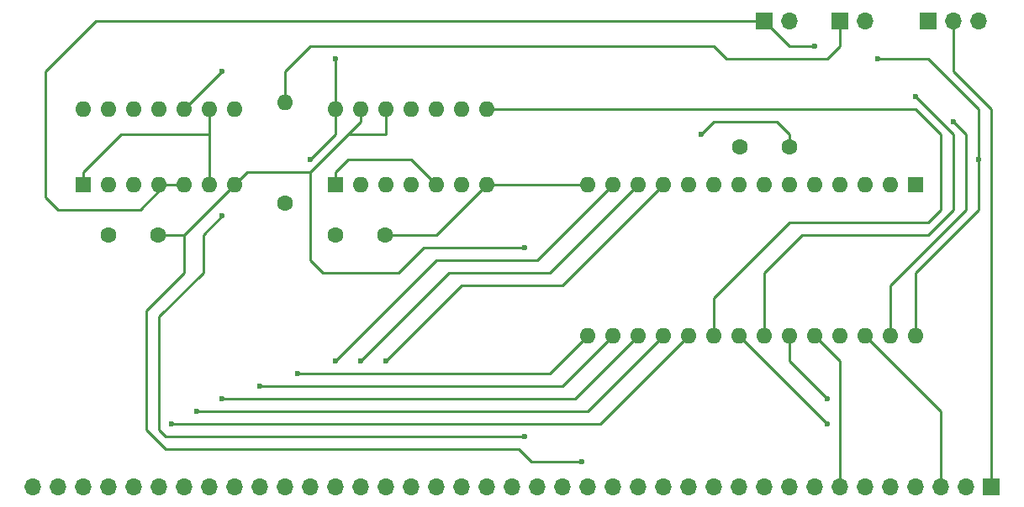
<source format=gtl>
G04 #@! TF.FileFunction,Copper,L1,Top,Signal*
%FSLAX46Y46*%
G04 Gerber Fmt 4.6, Leading zero omitted, Abs format (unit mm)*
G04 Created by KiCad (PCBNEW 4.0.6) date 06/13/17 15:03:04*
%MOMM*%
%LPD*%
G01*
G04 APERTURE LIST*
%ADD10C,0.100000*%
%ADD11R,1.700000X1.700000*%
%ADD12O,1.700000X1.700000*%
%ADD13C,1.600000*%
%ADD14O,1.600000X1.600000*%
%ADD15R,1.600000X1.600000*%
%ADD16C,0.600000*%
%ADD17C,0.250000*%
G04 APERTURE END LIST*
D10*
D11*
X171450000Y-101600000D03*
D12*
X173990000Y-101600000D03*
D11*
X180340000Y-101600000D03*
D12*
X182880000Y-101600000D03*
X185420000Y-101600000D03*
D13*
X115570000Y-120015000D03*
D14*
X115570000Y-109855000D03*
D15*
X179070000Y-118110000D03*
D14*
X146050000Y-133350000D03*
X176530000Y-118110000D03*
X148590000Y-133350000D03*
X173990000Y-118110000D03*
X151130000Y-133350000D03*
X171450000Y-118110000D03*
X153670000Y-133350000D03*
X168910000Y-118110000D03*
X156210000Y-133350000D03*
X166370000Y-118110000D03*
X158750000Y-133350000D03*
X163830000Y-118110000D03*
X161290000Y-133350000D03*
X161290000Y-118110000D03*
X163830000Y-133350000D03*
X158750000Y-118110000D03*
X166370000Y-133350000D03*
X156210000Y-118110000D03*
X168910000Y-133350000D03*
X153670000Y-118110000D03*
X171450000Y-133350000D03*
X151130000Y-118110000D03*
X173990000Y-133350000D03*
X148590000Y-118110000D03*
X176530000Y-133350000D03*
X146050000Y-118110000D03*
X179070000Y-133350000D03*
D15*
X120650000Y-118110000D03*
D14*
X135890000Y-110490000D03*
X123190000Y-118110000D03*
X133350000Y-110490000D03*
X125730000Y-118110000D03*
X130810000Y-110490000D03*
X128270000Y-118110000D03*
X128270000Y-110490000D03*
X130810000Y-118110000D03*
X125730000Y-110490000D03*
X133350000Y-118110000D03*
X123190000Y-110490000D03*
X135890000Y-118110000D03*
X120650000Y-110490000D03*
D15*
X95250000Y-118110000D03*
D14*
X110490000Y-110490000D03*
X97790000Y-118110000D03*
X107950000Y-110490000D03*
X100330000Y-118110000D03*
X105410000Y-110490000D03*
X102870000Y-118110000D03*
X102870000Y-110490000D03*
X105410000Y-118110000D03*
X100330000Y-110490000D03*
X107950000Y-118110000D03*
X97790000Y-110490000D03*
X110490000Y-118110000D03*
X95250000Y-110490000D03*
D11*
X186690000Y-148590000D03*
D12*
X184150000Y-148590000D03*
X181610000Y-148590000D03*
X179070000Y-148590000D03*
X176530000Y-148590000D03*
X173990000Y-148590000D03*
X171450000Y-148590000D03*
X168910000Y-148590000D03*
X166370000Y-148590000D03*
X163830000Y-148590000D03*
X161290000Y-148590000D03*
X158750000Y-148590000D03*
X156210000Y-148590000D03*
X153670000Y-148590000D03*
X151130000Y-148590000D03*
X148590000Y-148590000D03*
X146050000Y-148590000D03*
X143510000Y-148590000D03*
X140970000Y-148590000D03*
X138430000Y-148590000D03*
X135890000Y-148590000D03*
X133350000Y-148590000D03*
X130810000Y-148590000D03*
X128270000Y-148590000D03*
X125730000Y-148590000D03*
X123190000Y-148590000D03*
X120650000Y-148590000D03*
X118110000Y-148590000D03*
X115570000Y-148590000D03*
X113030000Y-148590000D03*
X110490000Y-148590000D03*
X107950000Y-148590000D03*
X105410000Y-148590000D03*
X102870000Y-148590000D03*
X100330000Y-148590000D03*
X97790000Y-148590000D03*
X95250000Y-148590000D03*
X92710000Y-148590000D03*
X90170000Y-148590000D03*
D11*
X163830000Y-101600000D03*
D12*
X166370000Y-101600000D03*
D13*
X166370000Y-114300000D03*
X161370000Y-114300000D03*
X97790000Y-123190000D03*
X102790000Y-123190000D03*
X120650000Y-123190000D03*
X125650000Y-123190000D03*
D16*
X139700000Y-143510000D03*
X109220000Y-121285000D03*
X118110000Y-115570000D03*
X157480000Y-113030000D03*
X185420000Y-115570000D03*
X175260000Y-105410000D03*
X120650000Y-105410000D03*
X109220000Y-106680000D03*
X168910000Y-104140000D03*
X170180000Y-139700000D03*
X170180000Y-142240000D03*
X145415000Y-146050000D03*
X139700000Y-124460000D03*
X125730000Y-135890000D03*
X123190000Y-135890000D03*
X120650000Y-135890000D03*
X116840000Y-137160000D03*
X113030000Y-138430000D03*
X109220000Y-139700000D03*
X106680000Y-140970000D03*
X104140000Y-142240000D03*
X179070000Y-109220000D03*
X182880000Y-111760000D03*
D17*
X95250000Y-118110000D02*
X95250000Y-116840000D01*
X99060000Y-113030000D02*
X107950000Y-113030000D01*
X95250000Y-116840000D02*
X99060000Y-113030000D01*
X107950000Y-118110000D02*
X107950000Y-113030000D01*
X107950000Y-113030000D02*
X107950000Y-110490000D01*
X109220000Y-121285000D02*
X107315000Y-123190000D01*
X107315000Y-127000000D02*
X107315000Y-123190000D01*
X102870000Y-131445000D02*
X107315000Y-127000000D01*
X102870000Y-142875000D02*
X102870000Y-131445000D01*
X103505000Y-143510000D02*
X102870000Y-142875000D01*
X103505000Y-143510000D02*
X139700000Y-143510000D01*
X120650000Y-113030000D02*
X120650000Y-110490000D01*
X118110000Y-115570000D02*
X120650000Y-113030000D01*
X166370000Y-113030000D02*
X166370000Y-114300000D01*
X157480000Y-113030000D02*
X158750000Y-111760000D01*
X158750000Y-111760000D02*
X165100000Y-111760000D01*
X165100000Y-111760000D02*
X166370000Y-113030000D01*
X185420000Y-120650000D02*
X185420000Y-115570000D01*
X185420000Y-115570000D02*
X185420000Y-110490000D01*
X181610000Y-106680000D02*
X180340000Y-105410000D01*
X180340000Y-105410000D02*
X175260000Y-105410000D01*
X184150000Y-109220000D02*
X181610000Y-106680000D01*
X184150000Y-109220000D02*
X185420000Y-110490000D01*
X120650000Y-110490000D02*
X120650000Y-105410000D01*
X179070000Y-127000000D02*
X185420000Y-120650000D01*
X179070000Y-127000000D02*
X179070000Y-133350000D01*
X109220000Y-106680000D02*
X105410000Y-110490000D01*
X186690000Y-120650000D02*
X186690000Y-110490000D01*
X182880000Y-101600000D02*
X182880000Y-104140000D01*
X186690000Y-120650000D02*
X186690000Y-148590000D01*
X186690000Y-110490000D02*
X182880000Y-106680000D01*
X182880000Y-104140000D02*
X182880000Y-106680000D01*
X166370000Y-104140000D02*
X168910000Y-104140000D01*
X163830000Y-101600000D02*
X166370000Y-104140000D01*
X91440000Y-119380000D02*
X92710000Y-120650000D01*
X163830000Y-101600000D02*
X96520000Y-101600000D01*
X96520000Y-101600000D02*
X91440000Y-106680000D01*
X91440000Y-119380000D02*
X91440000Y-106680000D01*
X100965000Y-120650000D02*
X102870000Y-118745000D01*
X92710000Y-120650000D02*
X100965000Y-120650000D01*
X102870000Y-118745000D02*
X102870000Y-118110000D01*
X105410000Y-118110000D02*
X102870000Y-118110000D01*
X181610000Y-148590000D02*
X181610000Y-147320000D01*
X181610000Y-140970000D02*
X173990000Y-133350000D01*
X181610000Y-147320000D02*
X181610000Y-140970000D01*
X170180000Y-139700000D02*
X166370000Y-135890000D01*
X166370000Y-133350000D02*
X166370000Y-135890000D01*
X161290000Y-133350000D02*
X170180000Y-142240000D01*
X171450000Y-148590000D02*
X171450000Y-147320000D01*
X171450000Y-135890000D02*
X168910000Y-133350000D01*
X171450000Y-142240000D02*
X171450000Y-135890000D01*
X171450000Y-147320000D02*
X171450000Y-142240000D01*
X101600000Y-142875000D02*
X101600000Y-130810000D01*
X145415000Y-146050000D02*
X140335000Y-146050000D01*
X140335000Y-146050000D02*
X139065000Y-144780000D01*
X139065000Y-144780000D02*
X103505000Y-144780000D01*
X103505000Y-144780000D02*
X101600000Y-142875000D01*
X105410000Y-127000000D02*
X105410000Y-123190000D01*
X101600000Y-130810000D02*
X105410000Y-127000000D01*
X118110000Y-120650000D02*
X118110000Y-125730000D01*
X127000000Y-127000000D02*
X129540000Y-124460000D01*
X119380000Y-127000000D02*
X127000000Y-127000000D01*
X118110000Y-125730000D02*
X119380000Y-127000000D01*
X125650000Y-123190000D02*
X130810000Y-123190000D01*
X130810000Y-123190000D02*
X135890000Y-118110000D01*
X102790000Y-123190000D02*
X105410000Y-123190000D01*
X105410000Y-123190000D02*
X110490000Y-118110000D01*
X118110000Y-116840000D02*
X118110000Y-120650000D01*
X110490000Y-118110000D02*
X111760000Y-116840000D01*
X111760000Y-116840000D02*
X118110000Y-116840000D01*
X121920000Y-113030000D02*
X123190000Y-111760000D01*
X123190000Y-111760000D02*
X123190000Y-110490000D01*
X129540000Y-124460000D02*
X139700000Y-124460000D01*
X121920000Y-113030000D02*
X125730000Y-113030000D01*
X118110000Y-116840000D02*
X121920000Y-113030000D01*
X125730000Y-113030000D02*
X125730000Y-110490000D01*
X146050000Y-118110000D02*
X135890000Y-118110000D01*
X120650000Y-118110000D02*
X120650000Y-116840000D01*
X128270000Y-115570000D02*
X130810000Y-118110000D01*
X121920000Y-115570000D02*
X128270000Y-115570000D01*
X120650000Y-116840000D02*
X121920000Y-115570000D01*
X125730000Y-135890000D02*
X133350000Y-128270000D01*
X133350000Y-128270000D02*
X143510000Y-128270000D01*
X143510000Y-128270000D02*
X153670000Y-118110000D01*
X123190000Y-135890000D02*
X132080000Y-127000000D01*
X132080000Y-127000000D02*
X142240000Y-127000000D01*
X142240000Y-127000000D02*
X151130000Y-118110000D01*
X120650000Y-135890000D02*
X130810000Y-125730000D01*
X130810000Y-125730000D02*
X140970000Y-125730000D01*
X140970000Y-125730000D02*
X148590000Y-118110000D01*
X142240000Y-137160000D02*
X146050000Y-133350000D01*
X142240000Y-137160000D02*
X132080000Y-137160000D01*
X116840000Y-137160000D02*
X132080000Y-137160000D01*
X143510000Y-138430000D02*
X148590000Y-133350000D01*
X143510000Y-138430000D02*
X132080000Y-138430000D01*
X113030000Y-138430000D02*
X132080000Y-138430000D01*
X144780000Y-139700000D02*
X132080000Y-139700000D01*
X144780000Y-139700000D02*
X151130000Y-133350000D01*
X109220000Y-139700000D02*
X132080000Y-139700000D01*
X149860000Y-137160000D02*
X146050000Y-140970000D01*
X146050000Y-140970000D02*
X132080000Y-140970000D01*
X149860000Y-137160000D02*
X153670000Y-133350000D01*
X106680000Y-140970000D02*
X132080000Y-140970000D01*
X147320000Y-142240000D02*
X132080000Y-142240000D01*
X156210000Y-133350000D02*
X147320000Y-142240000D01*
X104140000Y-142240000D02*
X132080000Y-142240000D01*
X181610000Y-120650000D02*
X181610000Y-113030000D01*
X181610000Y-113030000D02*
X179070000Y-110490000D01*
X158750000Y-129540000D02*
X166370000Y-121920000D01*
X166370000Y-121920000D02*
X180340000Y-121920000D01*
X180340000Y-121920000D02*
X181610000Y-120650000D01*
X158750000Y-133350000D02*
X158750000Y-129540000D01*
X179070000Y-110490000D02*
X135890000Y-110490000D01*
X182880000Y-120650000D02*
X182880000Y-113030000D01*
X179070000Y-109220000D02*
X182880000Y-113030000D01*
X163830000Y-127000000D02*
X167640000Y-123190000D01*
X167640000Y-123190000D02*
X180340000Y-123190000D01*
X180340000Y-123190000D02*
X182880000Y-120650000D01*
X163830000Y-127000000D02*
X163830000Y-133350000D01*
X171450000Y-101600000D02*
X171450000Y-104140000D01*
X115570000Y-106680000D02*
X115570000Y-109855000D01*
X118110000Y-104140000D02*
X115570000Y-106680000D01*
X158750000Y-104140000D02*
X118110000Y-104140000D01*
X160020000Y-105410000D02*
X158750000Y-104140000D01*
X170180000Y-105410000D02*
X160020000Y-105410000D01*
X171450000Y-104140000D02*
X170180000Y-105410000D01*
X176530000Y-133350000D02*
X176530000Y-128270000D01*
X176530000Y-128270000D02*
X184150000Y-120650000D01*
X184150000Y-113030000D02*
X182880000Y-111760000D01*
X184150000Y-120650000D02*
X184150000Y-113030000D01*
M02*

</source>
